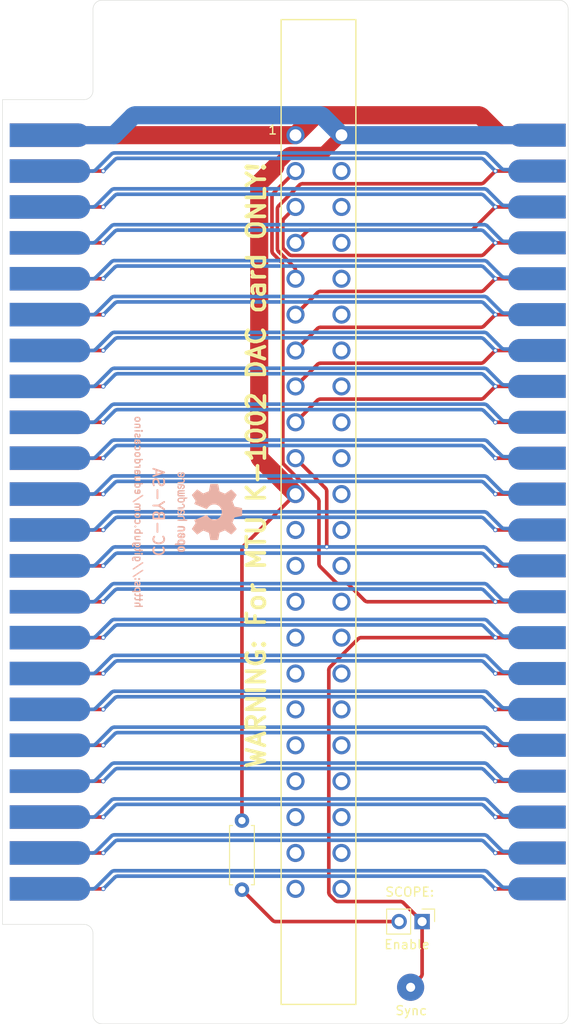
<source format=kicad_pcb>
(kicad_pcb (version 20241229) (generator "pcbnew") (generator_version "9.0")
  (layers (0 "F.Cu" signal) (2 "B.Cu" signal) (13 "F.Paste" user) (15 "B.Paste" user) (5 "F.SilkS" user "F.Silkscreen") (7 "B.SilkS" user "B.Silkscreen") (1 "F.Mask" user) (3 "B.Mask" user) (25 "Edge.Cuts" user))
  (net 0 "")
  (net 1 "Net-(P1-KBD)")
  (net 2 "Net-(P1-PA6)")
  (net 3 "Net-(P1-PA2)")
  (net 4 "Net-(P1-PB4)")
  (net 5 "Net-(P1-+5V)")
  (net 6 "Net-(P1-PTR_R)")
  (net 7 "Net-(P1-PA5)")
  (net 8 "Net-(P1-PA0)")
  (net 9 "Net-(P1-COLF)")
  (net 10 "Net-(P1-ROW1)")
  (net 11 "Net-(P1-PB1)")
  (net 12 "Net-(P1-AUD_L)")
  (net 13 "Net-(P1-PTR)")
  (net 14 "Net-(P1-K3)")
  (net 15 "Net-(P1-KBD_R)")
  (net 16 "Net-(P1-AUD_H)")
  (net 17 "Net-(P1-ROW2)")
  (net 18 "Net-(P1-PA1)")
  (net 19 "Net-(P1-K5)")
  (net 20 "Net-(P1-+12V)")
  (net 21 "Net-(P1-COLD)")
  (net 22 "Net-(P1-K4)")
  (net 23 "Net-(P1-ROW3)")
  (net 24 "Net-(P1-K2)")
  (net 25 "Net-(P1-PB0)")
  (net 26 "Net-(P1-DECEN)")
  (net 27 "Net-(P1-COLC)")
  (net 28 "Net-(P1-PB3)")
  (net 29 "Net-(P1-PB5)")
  (net 30 "Net-(P1-ROW0)")
  (net 31 "Net-(P1-PA3)")
  (net 32 "Net-(P1-COLE)")
  (net 33 "Net-(P1-PA7)")
  (net 34 "Net-(P1-PB2)")
  (net 35 "Net-(P1-K0)")
  (net 36 "Net-(P1-COLG)")
  (net 37 "Net-(P1-AUDIN)")
  (net 38 "Net-(P1-GND)")
  (net 39 "Net-(P1-K1)")
  (net 40 "Net-(P1-COLA)")
  (net 41 "Net-(P1-PA4)")
  (net 42 "Net-(P1-K7)")
  (net 43 "Net-(P1-COLB)")
  (net 76 "Net-(J1-Pin_2)")
  (net 77 "Net-(J1-Pin_1)")
  (footprint "KIM-1:KIM_EDGE" (layer "F.Cu") (at 111.05 96.81)
    (property "Reference" "P1" (hide yes))
    (property "Value" "EXT_APPL")
  )
  (footprint "MountingHole:MountingHole_4.3mm_M4" (layer "F.Cu") (at 160.38 47.84)
    (property "Reference" "M1" (hide yes))
    (property "Value" "MountingHole_4.3mm_M4")
  )
  (footprint "KIM-1:EDAC-3.96-2x22" (layer "F.Cu") (at 140.73 96.81)
    (property "Reference" "P2" (hide yes))
    (property "Value" "K1002_CONN")
  )
  (footprint "Resistor_THT:R_Axial_DIN0207_L6.3mm_D2.5mm_P7.62mm_Horizontal" (layer "F.Cu") (at 132.27 130.86 -90)
    (property "Reference" "R1" (hide yes))
    (property "Value" "4K7")
  )
  (footprint "MountingHole:MountingHole_4.3mm_M4" (layer "F.Cu") (at 121.08 47.84)
    (property "Reference" "M1" (hide yes))
    (property "Value" "MountingHole_4.3mm_M4")
  )
  (footprint "KIM-1:TestPoint_3.0" (layer "F.Cu") (at 150.91 149.25)
    (property "Reference" "TP1" (hide yes))
    (property "Value" "Scope Sync" (hide yes))
  )
  (footprint "KIM-1:APPL_CONN" (layer "F.Cu") (at 164.87 96.81)
    (property "Reference" "P3" (hide yes))
    (property "Value" "KIM1_APPL" (hide yes))
  )
  (footprint "MountingHole:MountingHole_4.3mm_M4" (layer "F.Cu") (at 121.08 145.78)
    (property "Reference" "M2" (hide yes))
    (property "Value" "MountingHole_4.3mm_M4")
  )
  (footprint "MountingHole:MountingHole_4.3mm_M4" (layer "F.Cu") (at 160.38 145.78)
    (property "Reference" "M1" (hide yes))
    (property "Value" "MountingHole_4.3mm_M4")
  )
  (footprint "Connector_PinHeader_2.54mm:PinHeader_1x02_P2.54mm_Vertical" (layer "F.Cu") (at 152.18 142 -90)
    (property "Reference" "J1" (hide yes))
    (property "Value" "Enable scope")
  )
  (footprint "Symbol:OSHW-Logo2_9.8x8mm_SilkScreen" (layer "B.Cu") (at 128.58 96.81 90)
    (property "Reference" "REF**" (hide yes))
    (property "Value" "OSHW-Logo2_9.8x8mm_SilkScreen" (hide yes))
  )
  (gr_line (start 167.32 153.28) (end 116.81 153.28) (stroke (width 0.05)) (layer "Edge.Cuts"))
  (gr_line (start 116.81 40.34) (end 167.32 40.34) (stroke (width 0.05)) (layer "Edge.Cuts"))
  (gr_arc (start 116.81 153.28) (mid 116.102893 152.987107) (end 115.81 152.28) (stroke (width 0.05)) (layer "Edge.Cuts"))
  (gr_arc (start 115.81 41.34) (mid 116.102893 40.632893) (end 116.81 40.34) (stroke (width 0.05)) (layer "Edge.Cuts"))
  (gr_arc (start 168.32 152.28) (mid 168.027107 152.987107) (end 167.32 153.28) (stroke (width 0.05)) (layer "Edge.Cuts"))
  (gr_line (start 105.81 142.31) (end 105.81 51.31) (stroke (width 0.05)) (layer "Edge.Cuts"))
  (gr_line (start 105.81 51.31) (end 114.81 51.31) (stroke (width 0.05)) (layer "Edge.Cuts"))
  (gr_line (start 115.81 41.34) (end 115.81 50.31) (stroke (width 0.05)) (layer "Edge.Cuts"))
  (gr_line (start 168.32 41.34) (end 168.32 152.28) (stroke (width 0.05)) (layer "Edge.Cuts"))
  (gr_line (start 114.81 142.31) (end 105.81 142.31) (stroke (width 0.05)) (layer "Edge.Cuts"))
  (gr_line (start 115.81 152.28) (end 115.81 143.31) (stroke (width 0.05)) (layer "Edge.Cuts"))
  (gr_arc (start 167.32 40.34) (mid 168.027107 40.632893) (end 168.32 41.34) (stroke (width 0.05)) (layer "Edge.Cuts"))
  (gr_arc (start 114.81 142.31) (mid 115.517107 142.602893) (end 115.81 143.31) (stroke (width 0.05)) (layer "Edge.Cuts"))
  (gr_arc (start 115.81 50.31) (mid 115.517107 51.017107) (end 114.81 51.31) (stroke (width 0.05)) (layer "Edge.Cuts"))
  (gr_text "WARNING: For MTU K-1002 DAC card ONLY!" (at 133.85 91.66 90) (layer "F.SilkS") (effects (font (size 2 2) (thickness 0.4) (bold yes))))
  (gr_text "Sync" (at 150.98 152.41 0) (layer "F.SilkS") (effects (font (size 1 1)) (justify bottom)))
  (gr_text "SCOPE:" (at 150.81 138.74 0) (layer "F.SilkS") (effects (font (size 1 1))))
  (gr_text "Enable" (at 150.51 145.12 0) (layer "F.SilkS") (effects (font (size 1 1)) (justify bottom)))
  (gr_text "CC-BY-SA" (at 123.02 96.81 270) (layer "B.SilkS") (effects (font (size 1.2 1.2) (thickness 0.2) (bold yes)) (justify mirror)))
  (gr_text "https://gitgub.com/eduardocasino" (at 120.82 96.81 270) (layer "B.SilkS") (effects (font (size 0.8 0.8) (thickness 0.15) (bold yes)) (justify mirror)))
  (segment (start 160.933553 114.323553) (end 159.384446 112.774446) (width 0.4) (layer "B.Cu") (net 1))
  (segment (start 164.502893 114.47) (end 161.287107 114.47) (width 0.4) (layer "B.Cu") (net 1))
  (segment (start 115.772893 114.63) (end 111.05 114.63) (width 0.4) (layer "B.Cu") (net 1))
  (segment (start 159.030893 112.628) (end 118.189107 112.628) (width 0.4) (layer "B.Cu") (net 1))
  (segment (start 117.835553 112.774447) (end 116.126446 114.483554) (width 0.4) (layer "B.Cu") (net 1))
  (segment (start 164.87 114.63) (end 164.71 114.47) (width 0.4) (layer "B.Cu") (net 1))
  (arc (start 118.189107 112.628) (mid 117.997765 112.66606) (end 117.835553 112.774447) (width 0.4) (layer "B.Cu") (net 1))
  (arc (start 161.287107 114.47) (mid 161.095765 114.43194) (end 160.933553 114.323553) (width 0.4) (layer "B.Cu") (net 1))
  (arc (start 115.772893 114.63) (mid 115.964234 114.59194) (end 116.126446 114.483554) (width 0.4) (layer "B.Cu") (net 1))
  (arc (start 159.384446 112.774446) (mid 159.222234 112.66606) (end 159.030893 112.628) (width 0.4) (layer "B.Cu") (net 1))
  (segment (start 138.19 82.95) (end 140.602554 80.537446) (width 0.4) (layer "F.Cu") (net 2))
  (segment (start 159.015447 80.244553) (end 160.27 78.99) (width 0.4) (layer "F.Cu") (net 2))
  (segment (start 116.95 78.99) (end 111.05 78.99) (width 0.4) (layer "F.Cu") (net 2))
  (segment (start 164.87 78.99) (end 160.27 78.99) (width 0.4) (layer "F.Cu") (net 2))
  (segment (start 140.956107 80.391) (end 158.661893 80.391) (width 0.4) (layer "F.Cu") (net 2))
  (via (at 116.95 78.99) (size 0.5) (drill 0.3) (layers "F.Cu" "B.Cu") (net 2))
  (via (at 160.27 78.99) (size 0.5) (drill 0.3) (layers "F.Cu" "B.Cu") (net 2))
  (arc (start 140.602554 80.537446) (mid 140.764766 80.42906) (end 140.956107 80.391) (width 0.4) (layer "F.Cu") (net 2))
  (arc (start 159.015447 80.244553) (mid 158.853235 80.35294) (end 158.661893 80.391) (width 0.4) (layer "F.Cu") (net 2))
  (segment (start 160.27 78.99) (end 159.015446 77.735446) (width 0.4) (layer "B.Cu") (net 2))
  (segment (start 118.204553 77.735447) (end 116.95 78.99) (width 0.4) (layer "B.Cu") (net 2))
  (segment (start 158.661893 77.589) (end 118.558107 77.589) (width 0.4) (layer "B.Cu") (net 2))
  (arc (start 159.015446 77.735446) (mid 158.853234 77.62706) (end 158.661893 77.589) (width 0.4) (layer "B.Cu") (net 2))
  (arc (start 118.558107 77.589) (mid 118.366765 77.62706) (end 118.204553 77.735447) (width 0.4) (layer "B.Cu") (net 2))
  (segment (start 138.19 67.11) (end 139.444554 65.855446) (width 0.4) (layer "F.Cu") (net 3))
  (segment (start 164.87 63.15) (end 160.27 63.15) (width 0.4) (layer "F.Cu") (net 3))
  (segment (start 116.95 63.15) (end 111.05 63.15) (width 0.4) (layer "F.Cu") (net 3))
  (segment (start 157.857447 65.562553) (end 160.27 63.15) (width 0.4) (layer "F.Cu") (net 3))
  (segment (start 139.798107 65.709) (end 157.503893 65.709) (width 0.4) (layer "F.Cu") (net 3))
  (via (at 116.95 63.15) (size 0.5) (drill 0.3) (layers "F.Cu" "B.Cu") (net 3))
  (via (at 160.27 63.15) (size 0.5) (drill 0.3) (layers "F.Cu" "B.Cu") (net 3))
  (arc (start 157.503893 65.709) (mid 157.695235 65.67094) (end 157.857447 65.562553) (width 0.4) (layer "F.Cu") (net 3))
  (arc (start 139.444554 65.855446) (mid 139.606766 65.74706) (end 139.798107 65.709) (width 0.4) (layer "F.Cu") (net 3))
  (segment (start 158.661893 61.749) (end 118.558107 61.749) (width 0.4) (layer "B.Cu") (net 3))
  (segment (start 118.204553 61.895447) (end 116.95 63.15) (width 0.4) (layer "B.Cu") (net 3))
  (segment (start 160.27 63.15) (end 159.015446 61.895446) (width 0.4) (layer "B.Cu") (net 3))
  (arc (start 159.015446 61.895446) (mid 158.853234 61.78706) (end 158.661893 61.749) (width 0.4) (layer "B.Cu") (net 3))
  (arc (start 118.204553 61.895447) (mid 118.366765 61.78706) (end 118.558107 61.749) (width 0.4) (layer "B.Cu") (net 3))
  (segment (start 164.87 102.75) (end 160.27 102.75) (width 0.4) (layer "F.Cu") (net 4))
  (segment (start 116.95 102.75) (end 111.05 102.75) (width 0.4) (layer "F.Cu") (net 4))
  (via (at 116.95 102.75) (size 0.5) (drill 0.3) (layers "F.Cu" "B.Cu") (net 4))
  (via (at 160.27 102.75) (size 0.5) (drill 0.3) (layers "F.Cu" "B.Cu") (net 4))
  (segment (start 158.661893 101.349) (end 118.558107 101.349) (width 0.4) (layer "B.Cu") (net 4))
  (segment (start 160.27 102.75) (end 159.015446 101.495446) (width 0.4) (layer "B.Cu") (net 4))
  (segment (start 118.204553 101.495447) (end 116.95 102.75) (width 0.4) (layer "B.Cu") (net 4))
  (arc (start 118.204553 101.495447) (mid 118.366765 101.38706) (end 118.558107 101.349) (width 0.4) (layer "B.Cu") (net 4))
  (arc (start 159.015446 101.495446) (mid 158.853234 101.38706) (end 158.661893 101.349) (width 0.4) (layer "B.Cu") (net 4))
  (segment (start 135.955 58.735) (end 137.333554 57.356446) (width 1.4) (layer "F.Cu") (net 5))
  (segment (start 134.326447 90.969074) (end 138.187373 94.83) (width 2) (layer "F.Cu") (net 5))
  (segment (start 141.436447 57.063553) (end 143.27 55.23) (width 1.4) (layer "F.Cu") (net 5))
  (segment (start 138.187373 94.83) (end 138.19 94.83) (width 2) (layer "F.Cu") (net 5))
  (segment (start 137.687107 57.21) (end 141.082893 57.21) (width 1.4) (layer "F.Cu") (net 5))
  (segment (start 135.955 58.735) (end 134.326446 60.363554) (width 2) (layer "F.Cu") (net 5))
  (segment (start 132.27 100.957107) (end 132.27 130.86) (width 0.4) (layer "F.Cu") (net 5))
  (segment (start 134.18 60.717107) (end 134.18 90.61552) (width 2) (layer "F.Cu") (net 5))
  (segment (start 138.19 94.83) (end 132.416446 100.603554) (width 0.4) (layer "F.Cu") (net 5))
  (arc (start 141.082893 57.21) (mid 141.274235 57.17194) (end 141.436447 57.063553) (width 1.4) (layer "F.Cu") (net 5))
  (arc (start 134.326446 60.363554) (mid 134.21806 60.525766) (end 134.18 60.717107) (width 2) (layer "F.Cu") (net 5))
  (arc (start 137.687107 57.21) (mid 137.495766 57.24806) (end 137.333554 57.356446) (width 1.4) (layer "F.Cu") (net 5))
  (arc (start 132.27 100.957107) (mid 132.30806 100.765766) (end 132.416446 100.603554) (width 0.4) (layer "F.Cu") (net 5))
  (arc (start 134.18 90.61552) (mid 134.21806 90.806862) (end 134.326447 90.969074) (width 2) (layer "F.Cu") (net 5))
  (segment (start 118.11 55.23) (end 118.12 55.24) (width 2) (layer "B.Cu") (net 5))
  (segment (start 120.538107 53.029) (end 140.861893 53.029) (width 2) (layer "B.Cu") (net 5))
  (segment (start 164.87 55.23) (end 143.27 55.23) (width 2) (layer "B.Cu") (net 5))
  (segment (start 118.12 55.24) (end 120.184553 53.175447) (width 2) (layer "B.Cu") (net 5))
  (segment (start 111.05 55.23) (end 118.11 55.23) (width 2) (layer "B.Cu") (net 5))
  (segment (start 141.215446 53.175446) (end 143.27 55.23) (width 2) (layer "B.Cu") (net 5))
  (arc (start 120.184553 53.175447) (mid 120.346765 53.06706) (end 120.538107 53.029) (width 2) (layer "B.Cu") (net 5))
  (arc (start 140.861893 53.029) (mid 141.053234 53.06706) (end 141.215446 53.175446) (width 2) (layer "B.Cu") (net 5))
  (segment (start 117.835553 108.814447) (end 116.126446 110.523554) (width 0.4) (layer "B.Cu") (net 6))
  (segment (start 160.933553 110.363553) (end 159.384446 108.814446) (width 0.4) (layer "B.Cu") (net 6))
  (segment (start 164.87 110.67) (end 164.71 110.51) (width 0.4) (layer "B.Cu") (net 6))
  (segment (start 164.502893 110.51) (end 161.287107 110.51) (width 0.4) (layer "B.Cu") (net 6))
  (segment (start 159.030893 108.668) (end 118.189107 108.668) (width 0.4) (layer "B.Cu") (net 6))
  (segment (start 115.772893 110.67) (end 111.05 110.67) (width 0.4) (layer "B.Cu") (net 6))
  (arc (start 115.772893 110.67) (mid 115.964234 110.63194) (end 116.126446 110.523554) (width 0.4) (layer "B.Cu") (net 6))
  (arc (start 118.189107 108.668) (mid 117.997765 108.70606) (end 117.835553 108.814447) (width 0.4) (layer "B.Cu") (net 6))
  (arc (start 161.287107 110.51) (mid 161.095765 110.47194) (end 160.933553 110.363553) (width 0.4) (layer "B.Cu") (net 6))
  (arc (start 159.384446 108.814446) (mid 159.222234 108.70606) (end 159.030893 108.668) (width 0.4) (layer "B.Cu") (net 6))
  (segment (start 140.956107 76.431) (end 158.661893 76.431) (width 0.4) (layer "F.Cu") (net 7))
  (segment (start 164.87 75.03) (end 160.27 75.03) (width 0.4) (layer "F.Cu") (net 7))
  (segment (start 159.015447 76.284553) (end 160.27 75.03) (width 0.4) (layer "F.Cu") (net 7))
  (segment (start 138.19 78.99) (end 140.602554 76.577446) (width 0.4) (layer "F.Cu") (net 7))
  (segment (start 116.95 75.03) (end 111.05 75.03) (width 0.4) (layer "F.Cu") (net 7))
  (via (at 116.95 75.03) (size 0.5) (drill 0.3) (layers "F.Cu" "B.Cu") (net 7))
  (via (at 160.27 75.03) (size 0.5) (drill 0.3) (layers "F.Cu" "B.Cu") (net 7))
  (arc (start 140.602554 76.577446) (mid 140.764766 76.46906) (end 140.956107 76.431) (width 0.4) (layer "F.Cu") (net 7))
  (arc (start 158.661893 76.431) (mid 158.853235 76.39294) (end 159.015447 76.284553) (width 0.4) (layer "F.Cu") (net 7))
  (segment (start 158.661893 73.629) (end 118.558107 73.629) (width 0.4) (layer "B.Cu") (net 7))
  (segment (start 118.204553 73.775447) (end 116.95 75.03) (width 0.4) (layer "B.Cu") (net 7))
  (segment (start 160.27 75.03) (end 159.015446 73.775446) (width 0.4) (layer "B.Cu") (net 7))
  (arc (start 159.015446 73.775446) (mid 158.853234 73.66706) (end 158.661893 73.629) (width 0.4) (layer "B.Cu") (net 7))
  (arc (start 118.558107 73.629) (mid 118.366765 73.66706) (end 118.204553 73.775447) (width 0.4) (layer "B.Cu") (net 7))
  (segment (start 160.27 106.71) (end 146.167107 106.71) (width 0.4) (layer "F.Cu") (net 8))
  (segment (start 164.87 106.71) (end 160.27 106.71) (width 0.4) (layer "F.Cu") (net 8))
  (segment (start 135.735446 61.644554) (end 138.19 59.19) (width 0.4) (layer "F.Cu") (net 8))
  (segment (start 116.95 106.71) (end 111.05 106.71) (width 0.4) (layer "F.Cu") (net 8))
  (segment (start 137.612314 92.271) (end 137.609686 92.271) (width 0.4) (layer "F.Cu") (net 8))
  (segment (start 136.642554 69.243753) (end 135.735447 68.336646) (width 0.4) (layer "F.Cu") (net 8))
  (segment (start 140.78 102.492893) (end 140.78 95.645793) (width 0.4) (layer "F.Cu") (net 8))
  (segment (start 143.752893 104.71) (end 142.997107 104.71) (width 0.4) (layer "F.Cu") (net 8))
  (segment (start 135.589 67.983092) (end 135.589 61.998107) (width 0.4) (layer "F.Cu") (net 8))
  (segment (start 145.813553 106.563553) (end 144.106446 104.856446) (width 0.4) (layer "F.Cu") (net 8))
  (segment (start 140.633554 95.29224) (end 137.612314 92.271) (width 0.4) (layer "F.Cu") (net 8))
  (segment (start 142.643553 104.563553) (end 140.926446 102.846446) (width 0.4) (layer "F.Cu") (net 8))
  (segment (start 137.609686 92.271) (end 136.935447 91.596761) (width 0.4) (layer "F.Cu") (net 8))
  (segment (start 136.789 91.243207) (end 136.789 69.597306) (width 0.4) (layer "F.Cu") (net 8))
  (via (at 116.95 106.71) (size 0.5) (drill 0.3) (layers "F.Cu" "B.Cu") (net 8))
  (via (at 160.27 106.71) (size 0.5) (drill 0.3) (layers "F.Cu" "B.Cu") (net 8))
  (arc (start 136.935447 91.596761) (mid 136.82706 91.434549) (end 136.789 91.243207) (width 0.4) (layer "F.Cu") (net 8))
  (arc (start 144.106446 104.856446) (mid 143.944234 104.74806) (end 143.752893 104.71) (width 0.4) (layer "F.Cu") (net 8))
  (arc (start 140.78 102.492893) (mid 140.81806 102.684234) (end 140.926446 102.846446) (width 0.4) (layer "F.Cu") (net 8))
  (arc (start 135.589 61.998107) (mid 135.62706 61.806766) (end 135.735446 61.644554) (width 0.4) (layer "F.Cu") (net 8))
  (arc (start 136.789 69.597306) (mid 136.75094 69.405965) (end 136.642554 69.243753) (width 0.4) (layer "F.Cu") (net 8))
  (arc (start 145.813553 106.563553) (mid 145.975765 106.67194) (end 146.167107 106.71) (width 0.4) (layer "F.Cu") (net 8))
  (arc (start 142.643553 104.563553) (mid 142.805765 104.67194) (end 142.997107 104.71) (width 0.4) (layer "F.Cu") (net 8))
  (arc (start 140.78 95.645793) (mid 140.74194 95.454452) (end 140.633554 95.29224) (width 0.4) (layer "F.Cu") (net 8))
  (arc (start 135.735447 68.336646) (mid 135.62706 68.174434) (end 135.589 67.983092) (width 0.4) (layer "F.Cu") (net 8))
  (segment (start 118.204553 105.455447) (end 116.95 106.71) (width 0.4) (layer "B.Cu") (net 8))
  (segment (start 160.27 106.71) (end 159.015446 105.455446) (width 0.4) (layer "B.Cu") (net 8))
  (segment (start 158.661893 105.309) (end 118.558107 105.309) (width 0.4) (layer "B.Cu") (net 8))
  (arc (start 118.558107 105.309) (mid 118.366765 105.34706) (end 118.204553 105.455447) (width 0.4) (layer "B.Cu") (net 8))
  (arc (start 159.015446 105.455446) (mid 158.853234 105.34706) (end 158.661893 105.309) (width 0.4) (layer "B.Cu") (net 8))
  (segment (start 164.87 122.55) (end 160.27 122.55) (width 0.4) (layer "F.Cu") (net 9))
  (segment (start 116.95 122.55) (end 111.05 122.55) (width 0.4) (layer "F.Cu") (net 9))
  (via (at 116.95 122.55) (size 0.5) (drill 0.3) (layers "F.Cu" "B.Cu") (net 9))
  (via (at 160.27 122.55) (size 0.5) (drill 0.3) (layers "F.Cu" "B.Cu") (net 9))
  (segment (start 158.661893 121.149) (end 118.558107 121.149) (width 0.4) (layer "B.Cu") (net 9))
  (segment (start 118.204553 121.295447) (end 116.95 122.55) (width 0.4) (layer "B.Cu") (net 9))
  (segment (start 160.27 122.55) (end 159.015446 121.295446) (width 0.4) (layer "B.Cu") (net 9))
  (arc (start 159.015446 121.295446) (mid 158.853234 121.18706) (end 158.661893 121.149) (width 0.4) (layer "B.Cu") (net 9))
  (arc (start 118.558107 121.149) (mid 118.366765 121.18706) (end 118.204553 121.295447) (width 0.4) (layer "B.Cu") (net 9))
  (segment (start 164.502893 138.23) (end 161.287107 138.23) (width 0.4) (layer "B.Cu") (net 10))
  (segment (start 115.772893 138.39) (end 111.05 138.39) (width 0.4) (layer "B.Cu") (net 10))
  (segment (start 117.835553 136.534447) (end 116.126446 138.243554) (width 0.4) (layer "B.Cu") (net 10))
  (segment (start 160.933553 138.083553) (end 159.384446 136.534446) (width 0.4) (layer "B.Cu") (net 10))
  (segment (start 164.87 138.39) (end 164.71 138.23) (width 0.4) (layer "B.Cu") (net 10))
  (segment (start 159.030893 136.388) (end 118.189107 136.388) (width 0.4) (layer "B.Cu") (net 10))
  (arc (start 159.384446 136.534446) (mid 159.222234 136.42606) (end 159.030893 136.388) (width 0.4) (layer "B.Cu") (net 10))
  (arc (start 161.287107 138.23) (mid 161.095765 138.19194) (end 160.933553 138.083553) (width 0.4) (layer "B.Cu") (net 10))
  (arc (start 118.189107 136.388) (mid 117.997765 136.42606) (end 117.835553 136.534447) (width 0.4) (layer "B.Cu") (net 10))
  (arc (start 115.772893 138.39) (mid 115.964234 138.35194) (end 116.126446 138.243554) (width 0.4) (layer "B.Cu") (net 10))
  (segment (start 164.87 90.87) (end 160.27 90.87) (width 0.4) (layer "F.Cu") (net 11))
  (segment (start 116.95 90.87) (end 111.05 90.87) (width 0.4) (layer "F.Cu") (net 11))
  (via (at 160.27 90.87) (size 0.5) (drill 0.3) (layers "F.Cu" "B.Cu") (net 11))
  (via (at 116.95 90.87) (size 0.5) (drill 0.3) (layers "F.Cu" "B.Cu") (net 11))
  (segment (start 118.204553 89.615447) (end 116.95 90.87) (width 0.4) (layer "B.Cu") (net 11))
  (segment (start 158.661893 89.469) (end 118.558107 89.469) (width 0.4) (layer "B.Cu") (net 11))
  (segment (start 160.27 90.87) (end 159.015446 89.615446) (width 0.4) (layer "B.Cu") (net 11))
  (arc (start 159.015446 89.615446) (mid 158.853234 89.50706) (end 158.661893 89.469) (width 0.4) (layer "B.Cu") (net 11))
  (arc (start 118.204553 89.615447) (mid 118.366765 89.50706) (end 118.558107 89.469) (width 0.4) (layer "B.Cu") (net 11))
  (segment (start 160.933553 94.523553) (end 159.384446 92.974446) (width 0.4) (layer "B.Cu") (net 12))
  (segment (start 115.772893 94.83) (end 111.05 94.83) (width 0.4) (layer "B.Cu") (net 12))
  (segment (start 164.87 94.83) (end 164.71 94.67) (width 0.4) (layer "B.Cu") (net 12))
  (segment (start 164.502893 94.67) (end 161.287107 94.67) (width 0.4) (layer "B.Cu") (net 12))
  (segment (start 117.835553 92.974447) (end 116.126446 94.683554) (width 0.4) (layer "B.Cu") (net 12))
  (segment (start 159.030893 92.828) (end 118.189107 92.828) (width 0.4) (layer "B.Cu") (net 12))
  (arc (start 161.287107 94.67) (mid 161.095765 94.63194) (end 160.933553 94.523553) (width 0.4) (layer "B.Cu") (net 12))
  (arc (start 115.772893 94.83) (mid 115.964234 94.79194) (end 116.126446 94.683554) (width 0.4) (layer "B.Cu") (net 12))
  (arc (start 159.384446 92.974446) (mid 159.222234 92.86606) (end 159.030893 92.828) (width 0.4) (layer "B.Cu") (net 12))
  (arc (start 118.189107 92.828) (mid 117.997765 92.86606) (end 117.835553 92.974447) (width 0.4) (layer "B.Cu") (net 12))
  (segment (start 117.835553 116.734447) (end 116.126446 118.443554) (width 0.4) (layer "B.Cu") (net 13))
  (segment (start 164.87 118.59) (end 164.71 118.43) (width 0.4) (layer "B.Cu") (net 13))
  (segment (start 159.030893 116.588) (end 118.189107 116.588) (width 0.4) (layer "B.Cu") (net 13))
  (segment (start 160.933553 118.283553) (end 159.384446 116.734446) (width 0.4) (layer "B.Cu") (net 13))
  (segment (start 164.502893 118.43) (end 161.287107 118.43) (width 0.4) (layer "B.Cu") (net 13))
  (segment (start 115.772893 118.59) (end 111.05 118.59) (width 0.4) (layer "B.Cu") (net 13))
  (arc (start 159.384446 116.734446) (mid 159.222234 116.62606) (end 159.030893 116.588) (width 0.4) (layer "B.Cu") (net 13))
  (arc (start 161.287107 118.43) (mid 161.095765 118.39194) (end 160.933553 118.283553) (width 0.4) (layer "B.Cu") (net 13))
  (arc (start 115.772893 118.59) (mid 115.964234 118.55194) (end 116.126446 118.443554) (width 0.4) (layer "B.Cu") (net 13))
  (arc (start 118.189107 116.588) (mid 117.997765 116.62606) (end 117.835553 116.734447) (width 0.4) (layer "B.Cu") (net 13))
  (segment (start 164.502893 70.91) (end 161.287107 70.91) (width 0.4) (layer "B.Cu") (net 14))
  (segment (start 160.933553 70.763553) (end 159.384446 69.214446) (width 0.4) (layer "B.Cu") (net 14))
  (segment (start 117.835553 69.214447) (end 116.126446 70.923554) (width 0.4) (layer "B.Cu") (net 14))
  (segment (start 164.87 71.07) (end 164.71 70.91) (width 0.4) (layer "B.Cu") (net 14))
  (segment (start 115.772893 71.07) (end 111.05 71.07) (width 0.4) (layer "B.Cu") (net 14))
  (segment (start 159.030893 69.068) (end 118.189107 69.068) (width 0.4) (layer "B.Cu") (net 14))
  (arc (start 115.772893 71.07) (mid 115.964234 71.03194) (end 116.126446 70.923554) (width 0.4) (layer "B.Cu") (net 14))
  (arc (start 118.189107 69.068) (mid 117.997765 69.10606) (end 117.835553 69.214447) (width 0.4) (layer "B.Cu") (net 14))
  (arc (start 159.384446 69.214446) (mid 159.222234 69.10606) (end 159.030893 69.068) (width 0.4) (layer "B.Cu") (net 14))
  (arc (start 161.287107 70.91) (mid 161.095765 70.87194) (end 160.933553 70.763553) (width 0.4) (layer "B.Cu") (net 14))
  (segment (start 115.772893 106.71) (end 111.05 106.71) (width 0.4) (layer "B.Cu") (net 15))
  (segment (start 164.87 106.71) (end 164.71 106.55) (width 0.4) (layer "B.Cu") (net 15))
  (segment (start 164.502893 106.55) (end 161.287107 106.55) (width 0.4) (layer "B.Cu") (net 15))
  (segment (start 159.030893 104.708) (end 118.189107 104.708) (width 0.4) (layer "B.Cu") (net 15))
  (segment (start 117.835553 104.854447) (end 116.126446 106.563554) (width 0.4) (layer "B.Cu") (net 15))
  (segment (start 160.933553 106.403553) (end 159.384446 104.854446) (width 0.4) (layer "B.Cu") (net 15))
  (arc (start 161.287107 106.55) (mid 161.095765 106.51194) (end 160.933553 106.403553) (width 0.4) (layer "B.Cu") (net 15))
  (arc (start 159.384446 104.854446) (mid 159.222234 104.74606) (end 159.030893 104.708) (width 0.4) (layer "B.Cu") (net 15))
  (arc (start 118.189107 104.708) (mid 117.997765 104.74606) (end 117.835553 104.854447) (width 0.4) (layer "B.Cu") (net 15))
  (arc (start 115.772893 106.71) (mid 115.964234 106.67194) (end 116.126446 106.563554) (width 0.4) (layer "B.Cu") (net 15))
  (segment (start 141.64 100.66) (end 141.64 94.527107) (width 0.4) (layer "F.Cu") (net 16))
  (segment (start 141.493553 94.173553) (end 138.19 90.87) (width 0.4) (layer "F.Cu") (net 16))
  (via (at 141.64 100.66) (size 0.5) (drill 0.3) (layers "F.Cu" "B.Cu") (net 16))
  (arc (start 141.64 94.527107) (mid 141.60194 94.335765) (end 141.493553 94.173553) (width 0.4) (layer "F.Cu") (net 16))
  (segment (start 158.942893 100.66) (end 118.277107 100.66) (width 0.4) (layer "B.Cu") (net 16))
  (segment (start 164.502893 102.59) (end 161.287107 102.59) (width 0.4) (layer "B.Cu") (net 16))
  (segment (start 117.923553 100.806447) (end 116.126446 102.603554) (width 0.4) (layer "B.Cu") (net 16))
  (segment (start 160.933553 102.443553) (end 159.296446 100.806446) (width 0.4) (layer "B.Cu") (net 16))
  (segment (start 164.87 102.75) (end 164.71 102.59) (width 0.4) (layer "B.Cu") (net 16))
  (segment (start 115.772893 102.75) (end 111.05 102.75) (width 0.4) (layer "B.Cu") (net 16))
  (arc (start 116.126446 102.603554) (mid 115.964234 102.71194) (end 115.772893 102.75) (width 0.4) (layer "B.Cu") (net 16))
  (arc (start 161.287107 102.59) (mid 161.095765 102.55194) (end 160.933553 102.443553) (width 0.4) (layer "B.Cu") (net 16))
  (arc (start 117.923553 100.806447) (mid 118.085765 100.69806) (end 118.277107 100.66) (width 0.4) (layer "B.Cu") (net 16))
  (arc (start 159.296446 100.806446) (mid 159.134234 100.69806) (end 158.942893 100.66) (width 0.4) (layer "B.Cu") (net 16))
  (segment (start 160.933553 130.163553) (end 159.384446 128.614446) (width 0.4) (layer "B.Cu") (net 17))
  (segment (start 164.87 130.47) (end 164.71 130.31) (width 0.4) (layer "B.Cu") (net 17))
  (segment (start 117.835553 128.614447) (end 116.126446 130.323554) (width 0.4) (layer "B.Cu") (net 17))
  (segment (start 159.030893 128.468) (end 118.189107 128.468) (width 0.4) (layer "B.Cu") (net 17))
  (segment (start 115.772893 130.47) (end 111.05 130.47) (width 0.4) (layer "B.Cu") (net 17))
  (segment (start 164.502893 130.31) (end 161.287107 130.31) (width 0.4) (layer "B.Cu") (net 17))
  (arc (start 115.772893 130.47) (mid 115.964234 130.43194) (end 116.126446 130.323554) (width 0.4) (layer "B.Cu") (net 17))
  (arc (start 159.384446 128.614446) (mid 159.222234 128.50606) (end 159.030893 128.468) (width 0.4) (layer "B.Cu") (net 17))
  (arc (start 161.287107 130.31) (mid 161.095765 130.27194) (end 160.933553 130.163553) (width 0.4) (layer "B.Cu") (net 17))
  (arc (start 118.189107 128.468) (mid 117.997765 128.50606) (end 117.835553 128.614447) (width 0.4) (layer "B.Cu") (net 17))
  (segment (start 164.87 67.11) (end 160.27 67.11) (width 0.4) (layer "F.Cu") (net 18))
  (segment (start 136.79 64.757107) (end 136.79 67.484207) (width 0.4) (layer "F.Cu") (net 18))
  (segment (start 138.19 63.15) (end 136.936446 64.403554) (width 0.4) (layer "F.Cu") (net 18))
  (segment (start 116.95 67.11) (end 111.05 67.11) (width 0.4) (layer "F.Cu") (net 18))
  (segment (start 137.816793 68.511) (end 158.661893 68.511) (width 0.4) (layer "F.Cu") (net 18))
  (segment (start 159.015447 68.364553) (end 160.27 67.11) (width 0.4) (layer "F.Cu") (net 18))
  (segment (start 136.936447 67.837761) (end 137.46324 68.364554) (width 0.4) (layer "F.Cu") (net 18))
  (via (at 116.95 67.11) (size 0.5) (drill 0.3) (layers "F.Cu" "B.Cu") (net 18))
  (via (at 160.27 67.11) (size 0.5) (drill 0.3) (layers "F.Cu" "B.Cu") (net 18))
  (arc (start 136.79 67.484207) (mid 136.82806 67.675549) (end 136.936447 67.837761) (width 0.4) (layer "F.Cu") (net 18))
  (arc (start 137.46324 68.364554) (mid 137.625452 68.47294) (end 137.816793 68.511) (width 0.4) (layer "F.Cu") (net 18))
  (arc (start 158.661893 68.511) (mid 158.853235 68.47294) (end 159.015447 68.364553) (width 0.4) (layer "F.Cu") (net 18))
  (arc (start 136.936446 64.403554) (mid 136.82806 64.565766) (end 136.79 64.757107) (width 0.4) (layer "F.Cu") (net 18))
  (segment (start 158.661893 65.709) (end 118.558107 65.709) (width 0.4) (layer "B.Cu") (net 18))
  (segment (start 118.204553 65.855447) (end 116.95 67.11) (width 0.4) (layer "B.Cu") (net 18))
  (segment (start 160.27 67.11) (end 159.015446 65.855446) (width 0.4) (layer "B.Cu") (net 18))
  (arc (start 118.558107 65.709) (mid 118.366765 65.74706) (end 118.204553 65.855447) (width 0.4) (layer "B.Cu") (net 18))
  (arc (start 159.015446 65.855446) (mid 158.853234 65.74706) (end 158.661893 65.709) (width 0.4) (layer "B.Cu") (net 18))
  (segment (start 159.030893 76.988) (end 118.189107 76.988) (width 0.4) (layer "B.Cu") (net 19))
  (segment (start 117.835553 77.134447) (end 116.126446 78.843554) (width 0.4) (layer "B.Cu") (net 19))
  (segment (start 115.772893 78.99) (end 111.05 78.99) (width 0.4) (layer "B.Cu") (net 19))
  (segment (start 164.87 78.99) (end 164.71 78.83) (width 0.4) (layer "B.Cu") (net 19))
  (segment (start 160.933553 78.683553) (end 159.384446 77.134446) (width 0.4) (layer "B.Cu") (net 19))
  (segment (start 164.502893 78.83) (end 161.287107 78.83) (width 0.4) (layer "B.Cu") (net 19))
  (arc (start 161.287107 78.83) (mid 161.095765 78.79194) (end 160.933553 78.683553) (width 0.4) (layer "B.Cu") (net 19))
  (arc (start 115.772893 78.99) (mid 115.964234 78.95194) (end 116.126446 78.843554) (width 0.4) (layer "B.Cu") (net 19))
  (arc (start 159.384446 77.134446) (mid 159.222234 77.02606) (end 159.030893 76.988) (width 0.4) (layer "B.Cu") (net 19))
  (arc (start 118.189107 76.988) (mid 117.997765 77.02606) (end 117.835553 77.134447) (width 0.4) (layer "B.Cu") (net 19))
  (segment (start 159.030893 96.788) (end 118.189107 96.788) (width 0.4) (layer "B.Cu") (net 20))
  (segment (start 160.933553 98.483553) (end 159.384446 96.934446) (width 0.4) (layer "B.Cu") (net 20))
  (segment (start 164.87 98.79) (end 164.71 98.63) (width 0.4) (layer "B.Cu") (net 20))
  (segment (start 117.835553 96.934447) (end 116.126446 98.643554) (width 0.4) (layer "B.Cu") (net 20))
  (segment (start 115.772893 98.79) (end 111.05 98.79) (width 0.4) (layer "B.Cu") (net 20))
  (segment (start 164.502893 98.63) (end 161.287107 98.63) (width 0.4) (layer "B.Cu") (net 20))
  (arc (start 159.384446 96.934446) (mid 159.222234 96.82606) (end 159.030893 96.788) (width 0.4) (layer "B.Cu") (net 20))
  (arc (start 118.189107 96.788) (mid 117.997765 96.82606) (end 117.835553 96.934447) (width 0.4) (layer "B.Cu") (net 20))
  (arc (start 115.772893 98.79) (mid 115.964234 98.75194) (end 116.126446 98.643554) (width 0.4) (layer "B.Cu") (net 20))
  (arc (start 161.287107 98.63) (mid 161.095765 98.59194) (end 160.933553 98.483553) (width 0.4) (layer "B.Cu") (net 20))
  (segment (start 164.87 138.39) (end 160.27 138.39) (width 0.4) (layer "F.Cu") (net 21))
  (segment (start 116.95 138.39) (end 111.05 138.39) (width 0.4) (layer "F.Cu") (net 21))
  (via (at 116.95 138.39) (size 0.5) (drill 0.3) (layers "F.Cu" "B.Cu") (net 21))
  (via (at 160.27 138.39) (size 0.5) (drill 0.3) (layers "F.Cu" "B.Cu") (net 21))
  (segment (start 160.27 138.39) (end 159.015446 137.135446) (width 0.4) (layer "B.Cu") (net 21))
  (segment (start 158.661893 136.989) (end 118.558107 136.989) (width 0.4) (layer "B.Cu") (net 21))
  (segment (start 118.204553 137.135447) (end 116.95 138.39) (width 0.4) (layer "B.Cu") (net 21))
  (arc (start 159.015446 137.135446) (mid 158.853234 137.02706) (end 158.661893 136.989) (width 0.4) (layer "B.Cu") (net 21))
  (arc (start 118.558107 136.989) (mid 118.366765 137.02706) (end 118.204553 137.135447) (width 0.4) (layer "B.Cu") (net 21))
  (segment (start 115.772893 75.03) (end 111.05 75.03) (width 0.4) (layer "B.Cu") (net 22))
  (segment (start 160.933553 74.723553) (end 159.384446 73.174446) (width 0.4) (layer "B.Cu") (net 22))
  (segment (start 164.87 75.03) (end 164.71 74.87) (width 0.4) (layer "B.Cu") (net 22))
  (segment (start 159.030893 73.028) (end 118.189107 73.028) (width 0.4) (layer "B.Cu") (net 22))
  (segment (start 117.835553 73.174447) (end 116.126446 74.883554) (width 0.4) (layer "B.Cu") (net 22))
  (segment (start 164.502893 74.87) (end 161.287107 74.87) (width 0.4) (layer "B.Cu") (net 22))
  (arc (start 115.772893 75.03) (mid 115.964234 74.99194) (end 116.126446 74.883554) (width 0.4) (layer "B.Cu") (net 22))
  (arc (start 161.287107 74.87) (mid 161.095765 74.83194) (end 160.933553 74.723553) (width 0.4) (layer "B.Cu") (net 22))
  (arc (start 118.189107 73.028) (mid 117.997765 73.06606) (end 117.835553 73.174447) (width 0.4) (layer "B.Cu") (net 22))
  (arc (start 159.384446 73.174446) (mid 159.222234 73.06606) (end 159.030893 73.028) (width 0.4) (layer "B.Cu") (net 22))
  (segment (start 164.87 122.55) (end 164.71 122.39) (width 0.4) (layer "B.Cu") (net 23))
  (segment (start 160.933553 122.243553) (end 159.384446 120.694446) (width 0.4) (layer "B.Cu") (net 23))
  (segment (start 115.772893 122.55) (end 111.05 122.55) (width 0.4) (layer "B.Cu") (net 23))
  (segment (start 164.502893 122.39) (end 161.287107 122.39) (width 0.4) (layer "B.Cu") (net 23))
  (segment (start 159.030893 120.548) (end 118.189107 120.548) (width 0.4) (layer "B.Cu") (net 23))
  (segment (start 117.835553 120.694447) (end 116.126446 122.403554) (width 0.4) (layer "B.Cu") (net 23))
  (arc (start 161.287107 122.39) (mid 161.095765 122.35194) (end 160.933553 122.243553) (width 0.4) (layer "B.Cu") (net 23))
  (arc (start 115.772893 122.55) (mid 115.964234 122.51194) (end 116.126446 122.403554) (width 0.4) (layer "B.Cu") (net 23))
  (arc (start 118.189107 120.548) (mid 117.997765 120.58606) (end 117.835553 120.694447) (width 0.4) (layer "B.Cu") (net 23))
  (arc (start 159.384446 120.694446) (mid 159.222234 120.58606) (end 159.030893 120.548) (width 0.4) (layer "B.Cu") (net 23))
  (segment (start 159.030893 65.108) (end 118.189107 65.108) (width 0.4) (layer "B.Cu") (net 24))
  (segment (start 160.933553 66.803553) (end 159.384446 65.254446) (width 0.4) (layer "B.Cu") (net 24))
  (segment (start 164.87 67.11) (end 164.71 66.95) (width 0.4) (layer "B.Cu") (net 24))
  (segment (start 117.835553 65.254447) (end 116.126446 66.963554) (width 0.4) (layer "B.Cu") (net 24))
  (segment (start 164.502893 66.95) (end 161.287107 66.95) (width 0.4) (layer "B.Cu") (net 24))
  (segment (start 115.772893 67.11) (end 111.05 67.11) (width 0.4) (layer "B.Cu") (net 24))
  (arc (start 115.772893 67.11) (mid 115.964234 67.07194) (end 116.126446 66.963554) (width 0.4) (layer "B.Cu") (net 24))
  (arc (start 159.384446 65.254446) (mid 159.222234 65.14606) (end 159.030893 65.108) (width 0.4) (layer "B.Cu") (net 24))
  (arc (start 118.189107 65.108) (mid 117.997765 65.14606) (end 117.835553 65.254447) (width 0.4) (layer "B.Cu") (net 24))
  (arc (start 161.287107 66.95) (mid 161.095765 66.91194) (end 160.933553 66.803553) (width 0.4) (layer "B.Cu") (net 24))
  (segment (start 164.87 86.91) (end 160.27 86.91) (width 0.4) (layer "F.Cu") (net 25))
  (segment (start 116.95 86.91) (end 111.05 86.91) (width 0.4) (layer "F.Cu") (net 25))
  (via (at 160.27 86.91) (size 0.5) (drill 0.3) (layers "F.Cu" "B.Cu") (net 25))
  (via (at 116.95 86.91) (size 0.5) (drill 0.3) (layers "F.Cu" "B.Cu") (net 25))
  (segment (start 158.661893 85.509) (end 118.558107 85.509) (width 0.4) (layer "B.Cu") (net 25))
  (segment (start 118.204553 85.655447) (end 116.95 86.91) (width 0.4) (layer "B.Cu") (net 25))
  (segment (start 160.27 86.91) (end 159.015446 85.655446) (width 0.4) (layer "B.Cu") (net 25))
  (arc (start 118.558107 85.509) (mid 118.366765 85.54706) (end 118.204553 85.655447) (width 0.4) (layer "B.Cu") (net 25))
  (arc (start 159.015446 85.655446) (mid 158.853234 85.54706) (end 158.661893 85.509) (width 0.4) (layer "B.Cu") (net 25))
  (segment (start 164.87 86.91) (end 164.71 86.75) (width 0.4) (layer "B.Cu") (net 26))
  (segment (start 117.835553 85.054447) (end 116.126446 86.763554) (width 0.4) (layer "B.Cu") (net 26))
  (segment (start 164.502893 86.75) (end 161.287107 86.75) (width 0.4) (layer "B.Cu") (net 26))
  (segment (start 115.772893 86.91) (end 111.05 86.91) (width 0.4) (layer "B.Cu") (net 26))
  (segment (start 160.933553 86.603553) (end 159.384446 85.054446) (width 0.4) (layer "B.Cu") (net 26))
  (segment (start 159.030893 84.908) (end 118.189107 84.908) (width 0.4) (layer "B.Cu") (net 26))
  (arc (start 115.772893 86.91) (mid 115.964234 86.87194) (end 116.126446 86.763554) (width 0.4) (layer "B.Cu") (net 26))
  (arc (start 161.287107 86.75) (mid 161.095765 86.71194) (end 160.933553 86.603553) (width 0.4) (layer "B.Cu") (net 26))
  (arc (start 118.189107 84.908) (mid 117.997765 84.94606) (end 117.835553 85.054447) (width 0.4) (layer "B.Cu") (net 26))
  (arc (start 159.384446 85.054446) (mid 159.222234 84.94606) (end 159.030893 84.908) (width 0.4) (layer "B.Cu") (net 26))
  (segment (start 160.933553 134.123553) (end 159.384446 132.574446) (width 0.4) (layer "B.Cu") (net 27))
  (segment (start 115.772893 134.43) (end 111.05 134.43) (width 0.4) (layer "B.Cu") (net 27))
  (segment (start 117.835553 132.574447) (end 116.126446 134.283554) (width 0.4) (layer "B.Cu") (net 27))
  (segment (start 159.030893 132.428) (end 118.189107 132.428) (width 0.4) (layer "B.Cu") (net 27))
  (segment (start 164.87 134.43) (end 164.71 134.27) (width 0.4) (layer "B.Cu") (net 27))
  (segment (start 164.502893 134.27) (end 161.287107 134.27) (width 0.4) (layer "B.Cu") (net 27))
  (arc (start 118.189107 132.428) (mid 117.997765 132.46606) (end 117.835553 132.574447) (width 0.4) (layer "B.Cu") (net 27))
  (arc (start 161.287107 134.27) (mid 161.095765 134.23194) (end 160.933553 134.123553) (width 0.4) (layer "B.Cu") (net 27))
  (arc (start 159.384446 132.574446) (mid 159.222234 132.46606) (end 159.030893 132.428) (width 0.4) (layer "B.Cu") (net 27))
  (arc (start 115.772893 134.43) (mid 115.964234 134.39194) (end 116.126446 134.283554) (width 0.4) (layer "B.Cu") (net 27))
  (segment (start 164.87 98.79) (end 160.27 98.79) (width 0.4) (layer "F.Cu") (net 28))
  (segment (start 116.95 98.79) (end 111.05 98.79) (width 0.4) (layer "F.Cu") (net 28))
  (via (at 160.27 98.79) (size 0.5) (drill 0.3) (layers "F.Cu" "B.Cu") (net 28))
  (via (at 116.95 98.79) (size 0.5) (drill 0.3) (layers "F.Cu" "B.Cu") (net 28))
  (segment (start 158.661893 97.389) (end 118.558107 97.389) (width 0.4) (layer "B.Cu") (net 28))
  (segment (start 160.27 98.79) (end 159.015446 97.535446) (width 0.4) (layer "B.Cu") (net 28))
  (segment (start 118.204553 97.535447) (end 116.95 98.79) (width 0.4) (layer "B.Cu") (net 28))
  (arc (start 118.558107 97.389) (mid 118.366765 97.42706) (end 118.204553 97.535447) (width 0.4) (layer "B.Cu") (net 28))
  (arc (start 159.015446 97.535446) (mid 158.853234 97.42706) (end 158.661893 97.389) (width 0.4) (layer "B.Cu") (net 28))
  (segment (start 116.95 114.63) (end 111.05 114.63) (width 0.4) (layer "F.Cu") (net 29))
  (segment (start 164.87 114.63) (end 160.27 114.63) (width 0.4) (layer "F.Cu") (net 29))
  (via (at 116.95 114.63) (size 0.5) (drill 0.3) (layers "F.Cu" "B.Cu") (net 29))
  (via (at 160.27 114.63) (size 0.5) (drill 0.3) (layers "F.Cu" "B.Cu") (net 29))
  (segment (start 160.27 114.63) (end 159.015446 113.375446) (width 0.4) (layer "B.Cu") (net 29))
  (segment (start 158.661893 113.229) (end 118.558107 113.229) (width 0.4) (layer "B.Cu") (net 29))
  (segment (start 118.204553 113.375447) (end 116.95 114.63) (width 0.4) (layer "B.Cu") (net 29))
  (arc (start 118.204553 113.375447) (mid 118.366765 113.26706) (end 118.558107 113.229) (width 0.4) (layer "B.Cu") (net 29))
  (arc (start 159.015446 113.375446) (mid 158.853234 113.26706) (end 158.661893 113.229) (width 0.4) (layer "B.Cu") (net 29))
  (segment (start 164.87 118.59) (end 160.27 118.59) (width 0.4) (layer "F.Cu") (net 30))
  (segment (start 116.95 118.59) (end 111.05 118.59) (width 0.4) (layer "F.Cu") (net 30))
  (via (at 160.27 118.59) (size 0.5) (drill 0.3) (layers "F.Cu" "B.Cu") (net 30))
  (via (at 116.95 118.59) (size 0.5) (drill 0.3) (layers "F.Cu" "B.Cu") (net 30))
  (segment (start 118.204553 117.335447) (end 116.95 118.59) (width 0.4) (layer "B.Cu") (net 30))
  (segment (start 160.27 118.59) (end 159.015446 117.335446) (width 0.4) (layer "B.Cu") (net 30))
  (segment (start 158.661893 117.189) (end 118.558107 117.189) (width 0.4) (layer "B.Cu") (net 30))
  (arc (start 159.015446 117.335446) (mid 158.853234 117.22706) (end 158.661893 117.189) (width 0.4) (layer "B.Cu") (net 30))
  (arc (start 118.558107 117.189) (mid 118.366765 117.22706) (end 118.204553 117.335447) (width 0.4) (layer "B.Cu") (net 30))
  (segment (start 136.19 67.73415) (end 136.19 63.375793) (width 0.4) (layer "F.Cu") (net 31))
  (segment (start 138.19 71.07) (end 138.19 70.148364) (width 0.4) (layer "F.Cu") (net 31))
  (segment (start 138.043553 69.79481) (end 136.336446 68.087703) (width 0.4) (layer "F.Cu") (net 31))
  (segment (start 116.95 59.19) (end 111.05 59.19) (width 0.4) (layer "F.Cu") (net 31))
  (segment (start 159.015447 60.444553) (end 160.27 59.19) (width 0.4) (layer "F.Cu") (net 31))
  (segment (start 164.87 59.19) (end 160.27 59.19) (width 0.4) (layer "F.Cu") (net 31))
  (segment (start 136.336447 63.022239) (end 138.62124 60.737446) (width 0.4) (layer "F.Cu") (net 31))
  (segment (start 138.974793 60.591) (end 158.661893 60.591) (width 0.4) (layer "F.Cu") (net 31))
  (via (at 116.95 59.19) (size 0.5) (drill 0.3) (layers "F.Cu" "B.Cu") (net 31))
  (via (at 160.27 59.19) (size 0.5) (drill 0.3) (layers "F.Cu" "B.Cu") (net 31))
  (arc (start 136.336446 68.087703) (mid 136.22806 67.925491) (end 136.19 67.73415) (width 0.4) (layer "F.Cu") (net 31))
  (arc (start 159.015447 60.444553) (mid 158.853235 60.55294) (end 158.661893 60.591) (width 0.4) (layer "F.Cu") (net 31))
  (arc (start 138.19 70.148364) (mid 138.15194 69.957022) (end 138.043553 69.79481) (width 0.4) (layer "F.Cu") (net 31))
  (arc (start 136.19 63.375793) (mid 136.22806 63.184451) (end 136.336447 63.022239) (width 0.4) (layer "F.Cu") (net 31))
  (arc (start 138.62124 60.737446) (mid 138.783452 60.62906) (end 138.974793 60.591) (width 0.4) (layer "F.Cu") (net 31))
  (segment (start 160.27 59.19) (end 159.015446 57.935446) (width 0.4) (layer "B.Cu") (net 31))
  (segment (start 118.204553 57.935447) (end 116.95 59.19) (width 0.4) (layer "B.Cu") (net 31))
  (segment (start 158.661893 57.789) (end 118.558107 57.789) (width 0.4) (layer "B.Cu") (net 31))
  (arc (start 159.015446 57.935446) (mid 158.853234 57.82706) (end 158.661893 57.789) (width 0.4) (layer "B.Cu") (net 31))
  (arc (start 118.558107 57.789) (mid 118.366765 57.82706) (end 118.204553 57.935447) (width 0.4) (layer "B.Cu") (net 31))
  (segment (start 164.87 130.47) (end 160.27 130.47) (width 0.4) (layer "F.Cu") (net 32))
  (segment (start 116.95 130.47) (end 111.05 130.47) (width 0.4) (layer "F.Cu") (net 32))
  (via (at 116.95 130.47) (size 0.5) (drill 0.3) (layers "F.Cu" "B.Cu") (net 32))
  (via (at 160.27 130.47) (size 0.5) (drill 0.3) (layers "F.Cu" "B.Cu") (net 32))
  (segment (start 118.204553 129.215447) (end 116.95 130.47) (width 0.4) (layer "B.Cu") (net 32))
  (segment (start 158.661893 129.069) (end 118.558107 129.069) (width 0.4) (layer "B.Cu") (net 32))
  (segment (start 160.27 130.47) (end 159.015446 129.215446) (width 0.4) (layer "B.Cu") (net 32))
  (arc (start 118.204553 129.215447) (mid 118.366765 129.10706) (end 118.558107 129.069) (width 0.4) (layer "B.Cu") (net 32))
  (arc (start 159.015446 129.215446) (mid 158.853234 129.10706) (end 158.661893 129.069) (width 0.4) (layer "B.Cu") (net 32))
  (segment (start 140.956107 84.351) (end 158.661893 84.351) (width 0.4) (layer "F.Cu") (net 33))
  (segment (start 138.19 86.91) (end 140.602554 84.497446) (width 0.4) (layer "F.Cu") (net 33))
  (segment (start 159.015447 84.204553) (end 160.27 82.95) (width 0.4) (layer "F.Cu") (net 33))
  (segment (start 116.95 82.95) (end 111.05 82.95) (width 0.4) (layer "F.Cu") (net 33))
  (segment (start 164.87 82.95) (end 160.27 82.95) (width 0.4) (layer "F.Cu") (net 33))
  (via (at 116.95 82.95) (size 0.5) (drill 0.3) (layers "F.Cu" "B.Cu") (net 33))
  (via (at 160.27 82.95) (size 0.5) (drill 0.3) (layers "F.Cu" "B.Cu") (net 33))
  (arc (start 140.602554 84.497446) (mid 140.764766 84.38906) (end 140.956107 84.351) (width 0.4) (layer "F.Cu") (net 33))
  (arc (start 158.661893 84.351) (mid 158.853235 84.31294) (end 159.015447 84.204553) (width 0.4) (layer "F.Cu") (net 33))
  (segment (start 118.204553 81.695447) (end 116.95 82.95) (width 0.4) (layer "B.Cu") (net 33))
  (segment (start 160.27 82.95) (end 159.015446 81.695446) (width 0.4) (layer "B.Cu") (net 33))
  (segment (start 158.661893 81.549) (end 118.558107 81.549) (width 0.4) (layer "B.Cu") (net 33))
  (arc (start 118.558107 81.549) (mid 118.366765 81.58706) (end 118.204553 81.695447) (width 0.4) (layer "B.Cu") (net 33))
  (arc (start 159.015446 81.695446) (mid 158.853234 81.58706) (end 158.661893 81.549) (width 0.4) (layer "B.Cu") (net 33))
  (segment (start 164.87 94.83) (end 160.27 94.83) (width 0.4) (layer "F.Cu") (net 34))
  (segment (start 116.95 94.83) (end 111.05 94.83) (width 0.4) (layer "F.Cu") (net 34))
  (via (at 160.27 94.83) (size 0.5) (drill 0.3) (layers "F.Cu" "B.Cu") (net 34))
  (via (at 116.95 94.83) (size 0.5) (drill 0.3) (layers "F.Cu" "B.Cu") (net 34))
  (segment (start 158.661893 93.429) (end 118.558107 93.429) (width 0.4) (layer "B.Cu") (net 34))
  (segment (start 160.27 94.83) (end 159.015446 93.575446) (width 0.4) (layer "B.Cu") (net 34))
  (segment (start 118.204553 93.575447) (end 116.95 94.83) (width 0.4) (layer "B.Cu") (net 34))
  (arc (start 159.015446 93.575446) (mid 158.853234 93.46706) (end 158.661893 93.429) (width 0.4) (layer "B.Cu") (net 34))
  (arc (start 118.204553 93.575447) (mid 118.366765 93.46706) (end 118.558107 93.429) (width 0.4) (layer "B.Cu") (net 34))
  (segment (start 159.030893 57.188) (end 118.189107 57.188) (width 0.4) (layer "B.Cu") (net 35))
  (segment (start 164.87 59.19) (end 164.856446 59.176446) (width 0.4) (layer "B.Cu") (net 35))
  (segment (start 160.933553 58.883553) (end 159.384446 57.334446) (width 0.4) (layer "B.Cu") (net 35))
  (segment (start 117.835553 57.334447) (end 116.126446 59.043554) (width 0.4) (layer "B.Cu") (net 35))
  (segment (start 115.772893 59.19) (end 111.05 59.19) (width 0.4) (layer "B.Cu") (net 35))
  (segment (start 164.502893 59.03) (end 161.287107 59.03) (width 0.4) (layer "B.Cu") (net 35))
  (arc (start 118.189107 57.188) (mid 117.997765 57.22606) (end 117.835553 57.334447) (width 0.4) (layer "B.Cu") (net 35))
  (arc (start 161.287107 59.03) (mid 161.095765 58.99194) (end 160.933553 58.883553) (width 0.4) (layer "B.Cu") (net 35))
  (arc (start 164.856446 59.176446) (mid 164.694234 59.06806) (end 164.502893 59.03) (width 0.4) (layer "B.Cu") (net 35))
  (arc (start 115.772893 59.19) (mid 115.964234 59.15194) (end 116.126446 59.043554) (width 0.4) (layer "B.Cu") (net 35))
  (arc (start 159.384446 57.334446) (mid 159.222234 57.22606) (end 159.030893 57.188) (width 0.4) (layer "B.Cu") (net 35))
  (segment (start 117.835553 124.654447) (end 116.126446 126.363554) (width 0.4) (layer "B.Cu") (net 36))
  (segment (start 164.87 126.51) (end 164.71 126.35) (width 0.4) (layer "B.Cu") (net 36))
  (segment (start 115.772893 126.51) (end 111.05 126.51) (width 0.4) (layer "B.Cu") (net 36))
  (segment (start 164.502893 126.35) (end 161.287107 126.35) (width 0.4) (layer "B.Cu") (net 36))
  (segment (start 159.030893 124.508) (end 118.189107 124.508) (width 0.4) (layer "B.Cu") (net 36))
  (segment (start 160.933553 126.203553) (end 159.384446 124.654446) (width 0.4) (layer "B.Cu") (net 36))
  (arc (start 115.772893 126.51) (mid 115.964234 126.47194) (end 116.126446 126.363554) (width 0.4) (layer "B.Cu") (net 36))
  (arc (start 159.384446 124.654446) (mid 159.222234 124.54606) (end 159.030893 124.508) (width 0.4) (layer "B.Cu") (net 36))
  (arc (start 161.287107 126.35) (mid 161.095765 126.31194) (end 160.933553 126.203553) (width 0.4) (layer "B.Cu") (net 36))
  (arc (start 118.189107 124.508) (mid 117.997765 124.54606) (end 117.835553 124.654447) (width 0.4) (layer "B.Cu") (net 36))
  (segment (start 160.933553 90.563553) (end 159.384446 89.014446) (width 0.4) (layer "B.Cu") (net 37))
  (segment (start 164.87 90.87) (end 164.71 90.71) (width 0.4) (layer "B.Cu") (net 37))
  (segment (start 159.030893 88.868) (end 118.189107 88.868) (width 0.4) (layer "B.Cu") (net 37))
  (segment (start 164.502893 90.71) (end 161.287107 90.71) (width 0.4) (layer "B.Cu") (net 37))
  (segment (start 115.772893 90.87) (end 111.05 90.87) (width 0.4) (layer "B.Cu") (net 37))
  (segment (start 117.835553 89.014447) (end 116.126446 90.723554) (width 0.4) (layer "B.Cu") (net 37))
  (arc (start 159.384446 89.014446) (mid 159.222234 88.90606) (end 159.030893 88.868) (width 0.4) (layer "B.Cu") (net 37))
  (arc (start 115.772893 90.87) (mid 115.964234 90.83194) (end 116.126446 90.723554) (width 0.4) (layer "B.Cu") (net 37))
  (arc (start 161.287107 90.71) (mid 161.095765 90.67194) (end 160.933553 90.563553) (width 0.4) (layer "B.Cu") (net 37))
  (arc (start 118.189107 88.868) (mid 117.997765 88.90606) (end 117.835553 89.014447) (width 0.4) (layer "B.Cu") (net 37))
  (segment (start 138.19 55.23) (end 111.05 55.23) (width 2) (layer "F.Cu") (net 38))
  (segment (start 140.244553 53.175447) (end 138.19 55.23) (width 2) (layer "F.Cu") (net 38))
  (segment (start 164.87 55.23) (end 160.998107 55.23) (width 2) (layer "F.Cu") (net 38))
  (segment (start 160.644553 55.083553) (end 158.736446 53.175446) (width 2) (layer "F.Cu") (net 38))
  (segment (start 158.382893 53.029) (end 140.598107 53.029) (width 2) (layer "F.Cu") (net 38))
  (arc (start 140.598107 53.029) (mid 140.406765 53.06706) (end 140.244553 53.175447) (width 2) (layer "F.Cu") (net 38))
  (arc (start 160.644553 55.083553) (mid 160.806765 55.19194) (end 160.998107 55.23) (width 2) (layer "F.Cu") (net 38))
  (arc (start 158.382893 53.029) (mid 158.574234 53.06706) (end 158.736446 53.175446) (width 2) (layer "F.Cu") (net 38))
  (segment (start 115.772893 63.15) (end 111.05 63.15) (width 0.4) (layer "B.Cu") (net 39))
  (segment (start 117.835553 61.294447) (end 116.126446 63.003554) (width 0.4) (layer "B.Cu") (net 39))
  (segment (start 164.502893 62.99) (end 161.287107 62.99) (width 0.4) (layer "B.Cu") (net 39))
  (segment (start 159.030893 61.148) (end 118.189107 61.148) (width 0.4) (layer "B.Cu") (net 39))
  (segment (start 160.933553 62.843553) (end 159.384446 61.294446) (width 0.4) (layer "B.Cu") (net 39))
  (segment (start 164.87 63.15) (end 164.71 62.99) (width 0.4) (layer "B.Cu") (net 39))
  (arc (start 161.287107 62.99) (mid 161.095765 62.95194) (end 160.933553 62.843553) (width 0.4) (layer "B.Cu") (net 39))
  (arc (start 159.384446 61.294446) (mid 159.222234 61.18606) (end 159.030893 61.148) (width 0.4) (layer "B.Cu") (net 39))
  (arc (start 118.189107 61.148) (mid 117.997765 61.18606) (end 117.835553 61.294447) (width 0.4) (layer "B.Cu") (net 39))
  (arc (start 115.772893 63.15) (mid 115.964234 63.11194) (end 116.126446 63.003554) (width 0.4) (layer "B.Cu") (net 39))
  (segment (start 164.87 134.43) (end 160.27 134.43) (width 0.4) (layer "F.Cu") (net 40))
  (segment (start 116.95 134.43) (end 111.05 134.43) (width 0.4) (layer "F.Cu") (net 40))
  (via (at 116.95 134.43) (size 0.5) (drill 0.3) (layers "F.Cu" "B.Cu") (net 40))
  (via (at 160.27 134.43) (size 0.5) (drill 0.3) (layers "F.Cu" "B.Cu") (net 40))
  (segment (start 160.27 134.43) (end 159.015446 133.175446) (width 0.4) (layer "B.Cu") (net 40))
  (segment (start 158.661893 133.029) (end 118.558107 133.029) (width 0.4) (layer "B.Cu") (net 40))
  (segment (start 118.204553 133.175447) (end 116.95 134.43) (width 0.4) (layer "B.Cu") (net 40))
  (arc (start 159.015446 133.175446) (mid 158.853234 133.06706) (end 158.661893 133.029) (width 0.4) (layer "B.Cu") (net 40))
  (arc (start 118.558107 133.029) (mid 118.366765 133.06706) (end 118.204553 133.175447) (width 0.4) (layer "B.Cu") (net 40))
  (segment (start 164.87 71.07) (end 160.27 71.07) (width 0.4) (layer "F.Cu") (net 41))
  (segment (start 159.015447 72.324553) (end 160.27 71.07) (width 0.4) (layer "F.Cu") (net 41))
  (segment (start 140.956107 72.471) (end 158.661893 72.471) (width 0.4) (layer "F.Cu") (net 41))
  (segment (start 116.95 71.07) (end 111.05 71.07) (width 0.4) (layer "F.Cu") (net 41))
  (segment (start 138.19 75.03) (end 140.602554 72.617446) (width 0.4) (layer "F.Cu") (net 41))
  (via (at 116.95 71.07) (size 0.5) (drill 0.3) (layers "F.Cu" "B.Cu") (net 41))
  (via (at 160.27 71.07) (size 0.5) (drill 0.3) (layers "F.Cu" "B.Cu") (net 41))
  (arc (start 140.602554 72.617446) (mid 140.764766 72.50906) (end 140.956107 72.471) (width 0.4) (layer "F.Cu") (net 41))
  (arc (start 158.661893 72.471) (mid 158.853235 72.43294) (end 159.015447 72.324553) (width 0.4) (layer "F.Cu") (net 41))
  (segment (start 160.27 71.07) (end 159.015446 69.815446) (width 0.4) (layer "B.Cu") (net 41))
  (segment (start 158.661893 69.669) (end 118.558107 69.669) (width 0.4) (layer "B.Cu") (net 41))
  (segment (start 118.204553 69.815447) (end 116.95 71.07) (width 0.4) (layer "B.Cu") (net 41))
  (arc (start 118.558107 69.669) (mid 118.366765 69.70706) (end 118.204553 69.815447) (width 0.4) (layer "B.Cu") (net 41))
  (arc (start 159.015446 69.815446) (mid 158.853234 69.70706) (end 158.661893 69.669) (width 0.4) (layer "B.Cu") (net 41))
  (segment (start 117.835553 81.094447) (end 116.126446 82.803554) (width 0.4) (layer "B.Cu") (net 42))
  (segment (start 159.030893 80.948) (end 118.189107 80.948) (width 0.4) (layer "B.Cu") (net 42))
  (segment (start 164.87 82.95) (end 164.71 82.79) (width 0.4) (layer "B.Cu") (net 42))
  (segment (start 115.772893 82.95) (end 111.05 82.95) (width 0.4) (layer "B.Cu") (net 42))
  (segment (start 164.502893 82.79) (end 161.287107 82.79) (width 0.4) (layer "B.Cu") (net 42))
  (segment (start 160.933553 82.643553) (end 159.384446 81.094446) (width 0.4) (layer "B.Cu") (net 42))
  (arc (start 159.384446 81.094446) (mid 159.222234 80.98606) (end 159.030893 80.948) (width 0.4) (layer "B.Cu") (net 42))
  (arc (start 118.189107 80.948) (mid 117.997765 80.98606) (end 117.835553 81.094447) (width 0.4) (layer "B.Cu") (net 42))
  (arc (start 161.287107 82.79) (mid 161.095765 82.75194) (end 160.933553 82.643553) (width 0.4) (layer "B.Cu") (net 42))
  (arc (start 115.772893 82.95) (mid 115.964234 82.91194) (end 116.126446 82.803554) (width 0.4) (layer "B.Cu") (net 42))
  (segment (start 116.95 126.51) (end 111.05 126.51) (width 0.4) (layer "F.Cu") (net 43))
  (segment (start 164.87 126.51) (end 160.27 126.51) (width 0.4) (layer "F.Cu") (net 43))
  (via (at 160.27 126.51) (size 0.5) (drill 0.3) (layers "F.Cu" "B.Cu") (net 43))
  (via (at 116.95 126.51) (size 0.5) (drill 0.3) (layers "F.Cu" "B.Cu") (net 43))
  (segment (start 158.661893 125.109) (end 118.558107 125.109) (width 0.4) (layer "B.Cu") (net 43))
  (segment (start 160.27 126.51) (end 159.015446 125.255446) (width 0.4) (layer "B.Cu") (net 43))
  (segment (start 118.204553 125.255447) (end 116.95 126.51) (width 0.4) (layer "B.Cu") (net 43))
  (arc (start 159.015446 125.255446) (mid 158.853234 125.14706) (end 158.661893 125.109) (width 0.4) (layer "B.Cu") (net 43))
  (arc (start 118.204553 125.255447) (mid 118.366765 125.14706) (end 118.558107 125.109) (width 0.4) (layer "B.Cu") (net 43))
  (segment (start 132.27 138.48) (end 135.642554 141.852554) (width 0.4) (layer "F.Cu") (net 76))
  (segment (start 135.996107 141.999) (end 149.639 141.999) (width 0.4) (layer "F.Cu") (net 76))
  (segment (start 149.639 141.999) (end 149.64 142) (width 0.4) (layer "F.Cu") (net 76))
  (arc (start 135.642554 141.852554) (mid 135.804766 141.96094) (end 135.996107 141.999) (width 0.4) (layer "F.Cu") (net 76))
  (segment (start 152.033553 148.126447) (end 150.91 149.25) (width 0.4) (layer "F.Cu") (net 77))
  (segment (start 152.18 142) (end 150.117446 139.937446) (width 0.4) (layer "F.Cu") (net 77))
  (segment (start 142.015447 113.904553) (end 145.103554 110.816446) (width 0.4) (layer "F.Cu") (net 77))
  (segment (start 141.869 138.763207) (end 141.869 114.258107) (width 0.4) (layer "F.Cu") (net 77))
  (segment (start 149.763893 139.791) (end 142.896793 139.791) (width 0.4) (layer "F.Cu") (net 77))
  (segment (start 164.87 110.67) (end 160.27 110.67) (width 0.4) (layer "F.Cu") (net 77))
  (segment (start 152.18 142) (end 152.18 147.772893) (width 0.4) (layer "F.Cu") (net 77))
  (segment (start 116.95 110.67) (end 111.05 110.67) (width 0.4) (layer "F.Cu") (net 77))
  (segment (start 145.457107 110.67) (end 160.27 110.67) (width 0.4) (layer "F.Cu") (net 77))
  (segment (start 142.543239 139.644553) (end 142.015446 139.11676) (width 0.4) (layer "F.Cu") (net 77))
  (via (at 160.27 110.67) (size 0.5) (drill 0.3) (layers "F.Cu" "B.Cu") (net 77))
  (via (at 116.95 110.67) (size 0.5) (drill 0.3) (layers "F.Cu" "B.Cu") (net 77))
  (arc (start 149.763893 139.791) (mid 149.955234 139.82906) (end 150.117446 139.937446) (width 0.4) (layer "F.Cu") (net 77))
  (arc (start 152.18 147.772893) (mid 152.14194 147.964235) (end 152.033553 148.126447) (width 0.4) (layer "F.Cu") (net 77))
  (arc (start 141.869 114.258107) (mid 141.90706 114.066765) (end 142.015447 113.904553) (width 0.4) (layer "F.Cu") (net 77))
  (arc (start 142.896793 139.791) (mid 142.705451 139.75294) (end 142.543239 139.644553) (width 0.4) (layer "F.Cu") (net 77))
  (arc (start 142.015446 139.11676) (mid 141.90706 138.954548) (end 141.869 138.763207) (width 0.4) (layer "F.Cu") (net 77))
  (arc (start 145.103554 110.816446) (mid 145.265766 110.70806) (end 145.457107 110.67) (width 0.4) (layer "F.Cu") (net 77))
  (segment (start 158.661893 109.269) (end 118.558107 109.269) (width 0.4) (layer "B.Cu") (net 77))
  (segment (start 160.27 110.67) (end 159.015446 109.415446) (width 0.4) (layer "B.Cu") (net 77))
  (segment (start 118.204553 109.415447) (end 116.95 110.67) (width 0.4) (layer "B.Cu") (net 77))
  (arc (start 118.204553 109.415447) (mid 118.366765 109.30706) (end 118.558107 109.269) (width 0.4) (layer "B.Cu") (net 77))
  (arc (start 159.015446 109.415446) (mid 158.853234 109.30706) (end 158.661893 109.269) (width 0.4) (layer "B.Cu") (net 77))
)
</source>
